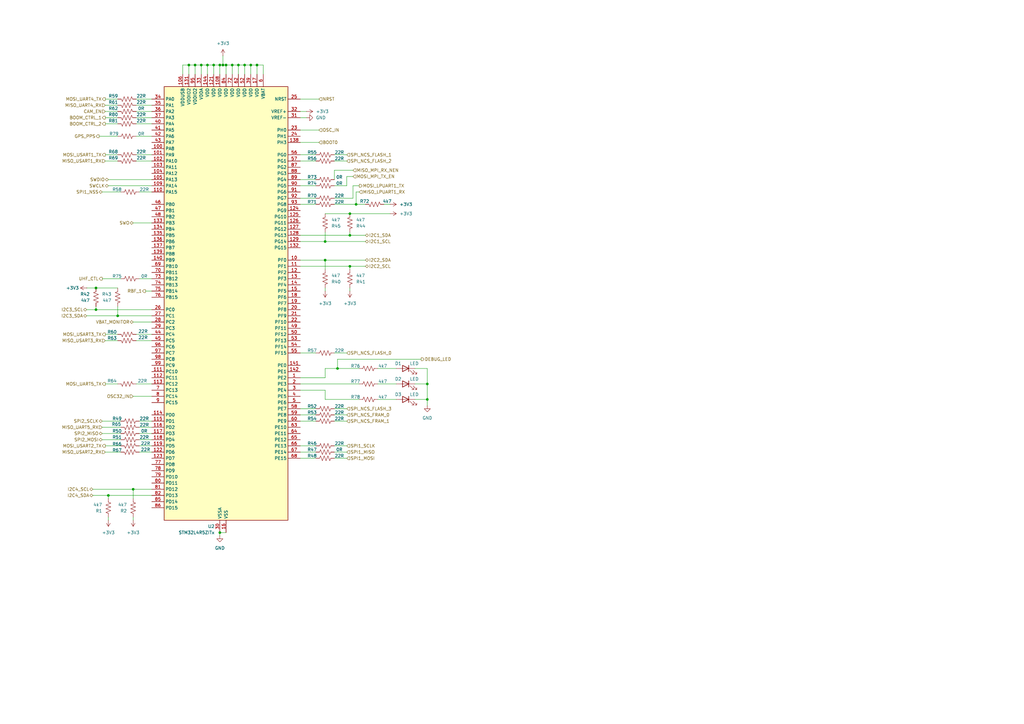
<source format=kicad_sch>
(kicad_sch (version 20250114) (generator "eeschema") (generator_version "9.0")
  (paper "A3")
  (lib_symbols
    (symbol "Device:LED" (pin_numbers (hide yes)) (pin_names (offset 1.016) (hide yes))
      (property "Reference" "D" (at 0 2.54 0))
      (property "Value" "LED" (at 0 -2.54 0))
      (symbol "LED_0_1"
        (polyline (pts (xy -3.048 -0.762) (xy -4.572 -2.286) (xy -3.81 -2.286) (xy -4.572 -2.286) (xy -4.572 -1.524)))
        (polyline (pts (xy -1.778 -0.762) (xy -3.302 -2.286) (xy -2.54 -2.286) (xy -3.302 -2.286) (xy -3.302 -1.524)))
        (polyline (pts (xy -1.27 0) (xy 1.27 0)))
        (polyline (pts (xy -1.27 -1.27) (xy -1.27 1.27)) (stroke (width 0.254)))
        (polyline (pts (xy 1.27 -1.27) (xy 1.27 1.27) (xy -1.27 0) (xy 1.27 -1.27)) (stroke (width 0.254)))
      )
      (symbol "LED_1_1"
        (pin passive line (at -3.81 0 0) (length 2.54) (name "K") (number "1"))
        (pin passive line (at 3.81 0 180) (length 2.54) (name "A") (number "2"))
      )
    )
    (symbol "Device:R_US" (pin_numbers (hide yes)) (pin_names (offset 0))
      (property "Reference" "R" (at 2.54 0 90))
      (property "Value" "R_US" (at -2.54 0 90))
      (symbol "R_US_0_1"
        (polyline (pts (xy 0 2.286) (xy 0 2.54)))
        (polyline (pts (xy 0 2.286) (xy 1.016 1.905) (xy 0 1.524) (xy -1.016 1.143) (xy 0 0.762)))
        (polyline (pts (xy 0 0.762) (xy 1.016 0.381) (xy 0 0) (xy -1.016 -0.381) (xy 0 -0.762)))
        (polyline (pts (xy 0 -0.762) (xy 1.016 -1.143) (xy 0 -1.524) (xy -1.016 -1.905) (xy 0 -2.286)))
        (polyline (pts (xy 0 -2.286) (xy 0 -2.54)))
      )
      (symbol "R_US_1_1"
        (pin passive line (at 0 3.81 270) (length 1.27) (name "~") (number "1"))
        (pin passive line (at 0 -3.81 90) (length 1.27) (name "~") (number "2"))
      )
    )
    (symbol "MCU_ST_STM32L4:STM32L4R5ZITx"
      (property "Reference" "U" (at -25.4 90.17 0))
      (property "Value" "STM32L4R5ZITx" (at 20.32 90.17 0))
      (symbol "STM32L4R5ZITx_0_1"
        (rectangle (start -25.4 -88.9) (end 25.4 88.9) (stroke (width 0.254)) (fill (type background)))
      )
      (symbol "STM32L4R5ZITx_1_1"
        (pin input line (at -30.48 83.82 0) (length 5.08) (name "NRST") (number "25"))
        (pin input line (at -30.48 78.74 0) (length 5.08) (name "VREF+") (number "32"))
        (pin input line (at -30.48 76.2 0) (length 5.08) (name "VREF-") (number "31"))
        (pin bidirectional line (at -30.48 71.12 0) (length 5.08) (name "PH0") (number "23"))
        (pin bidirectional line (at -30.48 68.58 0) (length 5.08) (name "PH1") (number "24"))
        (pin bidirectional line (at -30.48 66.04 0) (length 5.08) (name "PH3") (number "138"))
        (pin bidirectional line (at -30.48 60.96 0) (length 5.08) (name "PG0") (number "56"))
        (pin bidirectional line (at -30.48 58.42 0) (length 5.08) (name "PG1") (number "57"))
        (pin bidirectional line (at -30.48 55.88 0) (length 5.08) (name "PG2") (number "87"))
        (pin bidirectional line (at -30.48 53.34 0) (length 5.08) (name "PG3") (number "88"))
        (pin bidirectional line (at -30.48 50.8 0) (length 5.08) (name "PG4") (number "89"))
        (pin bidirectional line (at -30.48 48.26 0) (length 5.08) (name "PG5") (number "90"))
        (pin bidirectional line (at -30.48 45.72 0) (length 5.08) (name "PG6") (number "91"))
        (pin bidirectional line (at -30.48 43.18 0) (length 5.08) (name "PG7") (number "92"))
        (pin bidirectional line (at -30.48 40.64 0) (length 5.08) (name "PG8") (number "93"))
        (pin bidirectional line (at -30.48 38.1 0) (length 5.08) (name "PG9") (number "124"))
        (pin bidirectional line (at -30.48 35.56 0) (length 5.08) (name "PG10") (number "125"))
        (pin bidirectional line (at -30.48 33.02 0) (length 5.08) (name "PG11") (number "126"))
        (pin bidirectional line (at -30.48 30.48 0) (length 5.08) (name "PG12") (number "127"))
        (pin bidirectional line (at -30.48 27.94 0) (length 5.08) (name "PG13") (number "128"))
        (pin bidirectional line (at -30.48 25.4 0) (length 5.08) (name "PG14") (number "129"))
        (pin bidirectional line (at -30.48 22.86 0) (length 5.08) (name "PG15") (number "132"))
        (pin bidirectional line (at -30.48 17.78 0) (length 5.08) (name "PF0") (number "10"))
        (pin bidirectional line (at -30.48 15.24 0) (length 5.08) (name "PF1") (number "11"))
        (pin bidirectional line (at -30.48 12.7 0) (length 5.08) (name "PF2") (number "12"))
        (pin bidirectional line (at -30.48 10.16 0) (length 5.08) (name "PF3") (number "13"))
        (pin bidirectional line (at -30.48 7.62 0) (length 5.08) (name "PF4") (number "14"))
        (pin bidirectional line (at -30.48 5.08 0) (length 5.08) (name "PF5") (number "15"))
        (pin bidirectional line (at -30.48 2.54 0) (length 5.08) (name "PF6") (number "18"))
        (pin bidirectional line (at -30.48 0 0) (length 5.08) (name "PF7") (number "19"))
        (pin bidirectional line (at -30.48 -2.54 0) (length 5.08) (name "PF8") (number "20"))
        (pin bidirectional line (at -30.48 -5.08 0) (length 5.08) (name "PF9") (number "21"))
        (pin bidirectional line (at -30.48 -7.62 0) (length 5.08) (name "PF10") (number "22"))
        (pin bidirectional line (at -30.48 -10.16 0) (length 5.08) (name "PF11") (number "49"))
        (pin bidirectional line (at -30.48 -12.7 0) (length 5.08) (name "PF12") (number "50"))
        (pin bidirectional line (at -30.48 -15.24 0) (length 5.08) (name "PF13") (number "53"))
        (pin bidirectional line (at -30.48 -17.78 0) (length 5.08) (name "PF14") (number "54"))
        (pin bidirectional line (at -30.48 -20.32 0) (length 5.08) (name "PF15") (number "55"))
        (pin bidirectional line (at -30.48 -25.4 0) (length 5.08) (name "PE0") (number "141"))
        (pin bidirectional line (at -30.48 -27.94 0) (length 5.08) (name "PE1") (number "142"))
        (pin bidirectional line (at -30.48 -30.48 0) (length 5.08) (name "PE2") (number "1"))
        (pin bidirectional line (at -30.48 -33.02 0) (length 5.08) (name "PE3") (number "2"))
        (pin bidirectional line (at -30.48 -35.56 0) (length 5.08) (name "PE4") (number "3"))
        (pin bidirectional line (at -30.48 -38.1 0) (length 5.08) (name "PE5") (number "4"))
        (pin bidirectional line (at -30.48 -40.64 0) (length 5.08) (name "PE6") (number "5"))
        (pin bidirectional line (at -30.48 -43.18 0) (length 5.08) (name "PE7") (number "58"))
        (pin bidirectional line (at -30.48 -45.72 0) (length 5.08) (name "PE8") (number "59"))
        (pin bidirectional line (at -30.48 -48.26 0) (length 5.08) (name "PE9") (number "60"))
        (pin bidirectional line (at -30.48 -50.8 0) (length 5.08) (name "PE10") (number "63"))
        (pin bidirectional line (at -30.48 -53.34 0) (length 5.08) (name "PE11") (number "64"))
        (pin bidirectional line (at -30.48 -55.88 0) (length 5.08) (name "PE12") (number "65"))
        (pin bidirectional line (at -30.48 -58.42 0) (length 5.08) (name "PE13") (number "66"))
        (pin bidirectional line (at -30.48 -60.96 0) (length 5.08) (name "PE14") (number "67"))
        (pin bidirectional line (at -30.48 -63.5 0) (length 5.08) (name "PE15") (number "68"))
        (pin power_in line (at -15.24 93.98 270) (length 5.08) (name "VBAT") (number "6"))
        (pin power_in line (at -12.7 93.98 270) (length 5.08) (name "VDD") (number "17"))
        (pin power_in line (at -10.16 93.98 270) (length 5.08) (name "VDD") (number "39"))
        (pin power_in line (at -7.62 93.98 270) (length 5.08) (name "VDD") (number "52"))
        (pin power_in line (at -5.08 93.98 270) (length 5.08) (name "VDD") (number "62"))
        (pin power_in line (at -2.54 93.98 270) (length 5.08) (name "VDD") (number "72"))
        (pin power_in line (at 0 93.98 270) (length 5.08) (name "VDD") (number "84"))
        (pin passive line (at 0 -93.98 90) (length 5.08) (hide yes) (name "VSS") (number "107"))
        (pin passive line (at 0 -93.98 90) (length 5.08) (hide yes) (name "VSS") (number "120"))
        (pin passive line (at 0 -93.98 90) (length 5.08) (hide yes) (name "VSS") (number "130"))
        (pin passive line (at 0 -93.98 90) (length 5.08) (hide yes) (name "VSS") (number "143"))
        (pin power_in line (at 0 -93.98 90) (length 5.08) (name "VSS") (number "16"))
        (pin passive line (at 0 -93.98 90) (length 5.08) (hide yes) (name "VSS") (number "38"))
        (pin passive line (at 0 -93.98 90) (length 5.08) (hide yes) (name "VSS") (number "51"))
        (pin passive line (at 0 -93.98 90) (length 5.08) (hide yes) (name "VSS") (number "61"))
        (pin passive line (at 0 -93.98 90) (length 5.08) (hide yes) (name "VSS") (number "71"))
        (pin passive line (at 0 -93.98 90) (length 5.08) (hide yes) (name "VSS") (number "83"))
        (pin passive line (at 0 -93.98 90) (length 5.08) (hide yes) (name "VSS") (number "94"))
        (pin power_in line (at 2.54 93.98 270) (length 5.08) (name "VDD") (number "108"))
        (pin power_in line (at 2.54 -93.98 90) (length 5.08) (name "VSSA") (number "30"))
        (pin power_in line (at 5.08 93.98 270) (length 5.08) (name "VDD") (number "121"))
        (pin power_in line (at 7.62 93.98 270) (length 5.08) (name "VDD") (number "144"))
        (pin power_in line (at 10.16 93.98 270) (length 5.08) (name "VDDA") (number "33"))
        (pin power_in line (at 12.7 93.98 270) (length 5.08) (name "VDDIO2") (number "95"))
        (pin power_in line (at 15.24 93.98 270) (length 5.08) (name "VDDIO2") (number "131"))
        (pin power_in line (at 17.78 93.98 270) (length 5.08) (name "VDDUSB") (number "106"))
        (pin bidirectional line (at 30.48 83.82 180) (length 5.08) (name "PA0") (number "34"))
        (pin bidirectional line (at 30.48 81.28 180) (length 5.08) (name "PA1") (number "35"))
        (pin bidirectional line (at 30.48 78.74 180) (length 5.08) (name "PA2") (number "36"))
        (pin bidirectional line (at 30.48 76.2 180) (length 5.08) (name "PA3") (number "37"))
        (pin bidirectional line (at 30.48 73.66 180) (length 5.08) (name "PA4") (number "40"))
        (pin bidirectional line (at 30.48 71.12 180) (length 5.08) (name "PA5") (number "41"))
        (pin bidirectional line (at 30.48 68.58 180) (length 5.08) (name "PA6") (number "42"))
        (pin bidirectional line (at 30.48 66.04 180) (length 5.08) (name "PA7") (number "43"))
        (pin bidirectional line (at 30.48 63.5 180) (length 5.08) (name "PA8") (number "100"))
        (pin bidirectional line (at 30.48 60.96 180) (length 5.08) (name "PA9") (number "101"))
        (pin bidirectional line (at 30.48 58.42 180) (length 5.08) (name "PA10") (number "102"))
        (pin bidirectional line (at 30.48 55.88 180) (length 5.08) (name "PA11") (number "103"))
        (pin bidirectional line (at 30.48 53.34 180) (length 5.08) (name "PA12") (number "104"))
        (pin bidirectional line (at 30.48 50.8 180) (length 5.08) (name "PA13") (number "105"))
        (pin bidirectional line (at 30.48 48.26 180) (length 5.08) (name "PA14") (number "109"))
        (pin bidirectional line (at 30.48 45.72 180) (length 5.08) (name "PA15") (number "110"))
        (pin bidirectional line (at 30.48 40.64 180) (length 5.08) (name "PB0") (number "46"))
        (pin bidirectional line (at 30.48 38.1 180) (length 5.08) (name "PB1") (number "47"))
        (pin bidirectional line (at 30.48 35.56 180) (length 5.08) (name "PB2") (number "48"))
        (pin bidirectional line (at 30.48 33.02 180) (length 5.08) (name "PB3") (number "133"))
        (pin bidirectional line (at 30.48 30.48 180) (length 5.08) (name "PB4") (number "134"))
        (pin bidirectional line (at 30.48 27.94 180) (length 5.08) (name "PB5") (number "135"))
        (pin bidirectional line (at 30.48 25.4 180) (length 5.08) (name "PB6") (number "136"))
        (pin bidirectional line (at 30.48 22.86 180) (length 5.08) (name "PB7") (number "137"))
        (pin bidirectional line (at 30.48 20.32 180) (length 5.08) (name "PB8") (number "139"))
        (pin bidirectional line (at 30.48 17.78 180) (length 5.08) (name "PB9") (number "140"))
        (pin bidirectional line (at 30.48 15.24 180) (length 5.08) (name "PB10") (number "69"))
        (pin bidirectional line (at 30.48 12.7 180) (length 5.08) (name "PB11") (number "70"))
        (pin bidirectional line (at 30.48 10.16 180) (length 5.08) (name "PB12") (number "73"))
        (pin bidirectional line (at 30.48 7.62 180) (length 5.08) (name "PB13") (number "74"))
        (pin bidirectional line (at 30.48 5.08 180) (length 5.08) (name "PB14") (number "75"))
        (pin bidirectional line (at 30.48 2.54 180) (length 5.08) (name "PB15") (number "76"))
        (pin bidirectional line (at 30.48 -2.54 180) (length 5.08) (name "PC0") (number "26"))
        (pin bidirectional line (at 30.48 -5.08 180) (length 5.08) (name "PC1") (number "27"))
        (pin bidirectional line (at 30.48 -7.62 180) (length 5.08) (name "PC2") (number "28"))
        (pin bidirectional line (at 30.48 -10.16 180) (length 5.08) (name "PC3") (number "29"))
        (pin bidirectional line (at 30.48 -12.7 180) (length 5.08) (name "PC4") (number "44"))
        (pin bidirectional line (at 30.48 -15.24 180) (length 5.08) (name "PC5") (number "45"))
        (pin bidirectional line (at 30.48 -17.78 180) (length 5.08) (name "PC6") (number "96"))
        (pin bidirectional line (at 30.48 -20.32 180) (length 5.08) (name "PC7") (number "97"))
        (pin bidirectional line (at 30.48 -22.86 180) (length 5.08) (name "PC8") (number "98"))
        (pin bidirectional line (at 30.48 -25.4 180) (length 5.08) (name "PC9") (number "99"))
        (pin bidirectional line (at 30.48 -27.94 180) (length 5.08) (name "PC10") (number "111"))
        (pin bidirectional line (at 30.48 -30.48 180) (length 5.08) (name "PC11") (number "112"))
        (pin bidirectional line (at 30.48 -33.02 180) (length 5.08) (name "PC12") (number "113"))
        (pin bidirectional line (at 30.48 -35.56 180) (length 5.08) (name "PC13") (number "7"))
        (pin bidirectional line (at 30.48 -38.1 180) (length 5.08) (name "PC14") (number "8"))
        (pin bidirectional line (at 30.48 -40.64 180) (length 5.08) (name "PC15") (number "9"))
        (pin bidirectional line (at 30.48 -45.72 180) (length 5.08) (name "PD0") (number "114"))
        (pin bidirectional line (at 30.48 -48.26 180) (length 5.08) (name "PD1") (number "115"))
        (pin bidirectional line (at 30.48 -50.8 180) (length 5.08) (name "PD2") (number "116"))
        (pin bidirectional line (at 30.48 -53.34 180) (length 5.08) (name "PD3") (number "117"))
        (pin bidirectional line (at 30.48 -55.88 180) (length 5.08) (name "PD4") (number "118"))
        (pin bidirectional line (at 30.48 -58.42 180) (length 5.08) (name "PD5") (number "119"))
        (pin bidirectional line (at 30.48 -60.96 180) (length 5.08) (name "PD6") (number "122"))
        (pin bidirectional line (at 30.48 -63.5 180) (length 5.08) (name "PD7") (number "123"))
        (pin bidirectional line (at 30.48 -66.04 180) (length 5.08) (name "PD8") (number "77"))
        (pin bidirectional line (at 30.48 -68.58 180) (length 5.08) (name "PD9") (number "78"))
        (pin bidirectional line (at 30.48 -71.12 180) (length 5.08) (name "PD10") (number "79"))
        (pin bidirectional line (at 30.48 -73.66 180) (length 5.08) (name "PD11") (number "80"))
        (pin bidirectional line (at 30.48 -76.2 180) (length 5.08) (name "PD12") (number "81"))
        (pin bidirectional line (at 30.48 -78.74 180) (length 5.08) (name "PD13") (number "82"))
        (pin bidirectional line (at 30.48 -81.28 180) (length 5.08) (name "PD14") (number "85"))
        (pin bidirectional line (at 30.48 -83.82 180) (length 5.08) (name "PD15") (number "86"))
      )
    )
    (symbol "power:+3V3" (power) (pin_numbers (hide yes)) (pin_names (offset 0) (hide yes))
      (property "Value" "+3V3" (at 0 3.556 0))
      (symbol "+3V3_0_1"
        (polyline (pts (xy -0.762 1.27) (xy 0 2.54)))
        (polyline (pts (xy 0 2.54) (xy 0.762 1.27)))
        (polyline (pts (xy 0 0) (xy 0 2.54)))
      )
      (symbol "+3V3_1_1"
        (pin power_in line (at 0 0 90) (length 0) (name "~") (number "1"))
      )
    )
    (symbol "power:GND" (power) (pin_numbers (hide yes)) (pin_names (offset 0) (hide yes))
      (property "Value" "GND" (at 0 -3.81 0))
      (symbol "GND_0_1"
        (polyline (pts (xy 0 0) (xy 0 -1.27) (xy 1.27 -1.27) (xy 0 -2.54) (xy -1.27 -1.27) (xy 0 -1.27)))
      )
      (symbol "GND_1_1"
        (pin power_in line (at 0 0 270) (length 0) (name "~") (number "1"))
      )
    )
  )
  (junction (at 175.26 163.83))
  (junction (at 138.43 151.13))
  (junction (at 133.35 106.68))
  (junction (at 97.79 26.67))
  (junction (at 54.61 200.66))
  (junction (at 77.47 26.67))
  (junction (at 102.87 26.67))
  (junction (at 92.71 26.67))
  (junction (at 39.37 118.11))
  (junction (at 85.09 26.67))
  (junction (at 105.41 26.67))
  (junction (at 90.17 26.67))
  (junction (at 44.45 203.2))
  (junction (at 91.44 26.67))
  (junction (at 95.25 26.67))
  (junction (at 48.26 129.54))
  (junction (at 100.33 26.67))
  (junction (at 82.55 26.67))
  (junction (at 39.37 127))
  (junction (at 133.35 99.06))
  (junction (at 143.51 87.63))
  (junction (at 143.51 109.22))
  (junction (at 175.26 157.48))
  (junction (at 90.17 218.44))
  (junction (at 143.51 96.52))
  (junction (at 87.63 26.67))
  (junction (at 80.01 26.67))
  (junction (at 146.05 83.82))
  (wire (pts (xy 80.01 26.67) (xy 77.47 26.67)))
  (wire (pts (xy 107.95 26.67) (xy 105.41 26.67)))
  (wire (pts (xy 48.26 125.73) (xy 48.26 129.54)))
  (wire (pts (xy 55.88 50.8) (xy 62.23 50.8)))
  (wire (pts (xy 43.18 48.26) (xy 48.26 48.26)))
  (wire (pts (xy 137.16 69.85) (xy 144.78 69.85)))
  (wire (pts (xy 143.51 87.63) (xy 133.35 87.63)))
  (wire (pts (xy 129.54 185.42) (xy 123.19 185.42)))
  (wire (pts (xy 142.24 182.88) (xy 137.16 182.88)))
  (wire (pts (xy 100.33 26.67) (xy 100.33 30.48)))
  (wire (pts (xy 95.25 26.67) (xy 92.71 26.67)))
  (wire (pts (xy 85.09 26.67) (xy 85.09 30.48)))
  (wire (pts (xy 142.24 63.5) (xy 137.16 63.5)))
  (wire (pts (xy 44.45 76.2) (xy 62.23 76.2)))
  (wire (pts (xy 175.26 163.83) (xy 175.26 166.37)))
  (wire (pts (xy 160.02 87.63) (xy 143.51 87.63)))
  (wire (pts (xy 57.15 172.72) (xy 62.23 172.72)))
  (wire (pts (xy 57.15 177.8) (xy 62.23 177.8)))
  (wire (pts (xy 48.26 129.54) (xy 62.23 129.54)))
  (wire (pts (xy 146.05 78.74) (xy 146.05 83.82)))
  (wire (pts (xy 170.18 157.48) (xy 175.26 157.48)))
  (wire (pts (xy 87.63 26.67) (xy 85.09 26.67)))
  (wire (pts (xy 57.15 175.26) (xy 62.23 175.26)))
  (wire (pts (xy 102.87 26.67) (xy 100.33 26.67)))
  (wire (pts (xy 43.18 157.48) (xy 48.26 157.48)))
  (wire (pts (xy 55.88 63.5) (xy 62.23 63.5)))
  (wire (pts (xy 143.51 96.52) (xy 123.19 96.52)))
  (wire (pts (xy 142.24 72.39) (xy 144.78 72.39)))
  (wire (pts (xy 57.15 78.74) (xy 62.23 78.74)))
  (wire (pts (xy 149.86 99.06) (xy 133.35 99.06)))
  (wire (pts (xy 44.45 213.36) (xy 44.45 212.09)))
  (wire (pts (xy 123.19 160.02) (xy 133.35 160.02)))
  (wire (pts (xy 90.17 26.67) (xy 87.63 26.67)))
  (wire (pts (xy 43.18 66.04) (xy 48.26 66.04)))
  (wire (pts (xy 57.15 180.34) (xy 62.23 180.34)))
  (wire (pts (xy 43.18 63.5) (xy 48.26 63.5)))
  (wire (pts (xy 100.33 26.67) (xy 97.79 26.67)))
  (wire (pts (xy 57.15 185.42) (xy 62.23 185.42)))
  (wire (pts (xy 123.19 40.64) (xy 130.81 40.64)))
  (wire (pts (xy 142.24 66.04) (xy 137.16 66.04)))
  (wire (pts (xy 129.54 187.96) (xy 123.19 187.96)))
  (wire (pts (xy 147.32 78.74) (xy 146.05 78.74)))
  (wire (pts (xy 123.19 58.42) (xy 130.81 58.42)))
  (wire (pts (xy 138.43 147.32) (xy 138.43 151.13)))
  (wire (pts (xy 129.54 172.72) (xy 123.19 172.72)))
  (wire (pts (xy 142.24 172.72) (xy 137.16 172.72)))
  (wire (pts (xy 129.54 182.88) (xy 123.19 182.88)))
  (wire (pts (xy 85.09 26.67) (xy 82.55 26.67)))
  (wire (pts (xy 123.19 48.26) (xy 125.73 48.26)))
  (wire (pts (xy 59.69 119.38) (xy 62.23 119.38)))
  (wire (pts (xy 55.88 40.64) (xy 62.23 40.64)))
  (wire (pts (xy 143.51 109.22) (xy 143.51 110.49)))
  (wire (pts (xy 82.55 26.67) (xy 80.01 26.67)))
  (wire (pts (xy 90.17 218.44) (xy 92.71 218.44)))
  (wire (pts (xy 129.54 81.28) (xy 123.19 81.28)))
  (wire (pts (xy 54.61 204.47) (xy 54.61 200.66)))
  (wire (pts (xy 129.54 170.18) (xy 123.19 170.18)))
  (wire (pts (xy 149.86 109.22) (xy 143.51 109.22)))
  (wire (pts (xy 142.24 76.2) (xy 142.24 72.39)))
  (wire (pts (xy 102.87 26.67) (xy 102.87 30.48)))
  (wire (pts (xy 62.23 200.66) (xy 54.61 200.66)))
  (wire (pts (xy 147.32 76.2) (xy 144.78 76.2)))
  (wire (pts (xy 91.44 26.67) (xy 90.17 26.67)))
  (wire (pts (xy 82.55 26.67) (xy 82.55 30.48)))
  (wire (pts (xy 55.88 137.16) (xy 62.23 137.16)))
  (wire (pts (xy 62.23 203.2) (xy 44.45 203.2)))
  (wire (pts (xy 133.35 163.83) (xy 147.32 163.83)))
  (wire (pts (xy 41.91 78.74) (xy 49.53 78.74)))
  (wire (pts (xy 143.51 109.22) (xy 123.19 109.22)))
  (wire (pts (xy 149.86 106.68) (xy 133.35 106.68)))
  (wire (pts (xy 54.61 91.44) (xy 62.23 91.44)))
  (wire (pts (xy 43.18 40.64) (xy 48.26 40.64)))
  (wire (pts (xy 133.35 119.38) (xy 133.35 118.11)))
  (wire (pts (xy 175.26 157.48) (xy 175.26 163.83)))
  (wire (pts (xy 55.88 66.04) (xy 62.23 66.04)))
  (wire (pts (xy 133.35 106.68) (xy 123.19 106.68)))
  (wire (pts (xy 175.26 151.13) (xy 175.26 157.48)))
  (wire (pts (xy 95.25 26.67) (xy 95.25 30.48)))
  (wire (pts (xy 35.56 118.11) (xy 39.37 118.11)))
  (wire (pts (xy 129.54 66.04) (xy 123.19 66.04)))
  (wire (pts (xy 133.35 106.68) (xy 133.35 110.49)))
  (wire (pts (xy 129.54 83.82) (xy 123.19 83.82)))
  (wire (pts (xy 170.18 151.13) (xy 175.26 151.13)))
  (wire (pts (xy 43.18 50.8) (xy 48.26 50.8)))
  (wire (pts (xy 44.45 204.47) (xy 44.45 203.2)))
  (wire (pts (xy 41.91 175.26) (xy 49.53 175.26)))
  (wire (pts (xy 129.54 76.2) (xy 123.19 76.2)))
  (wire (pts (xy 107.95 26.67) (xy 107.95 30.48)))
  (wire (pts (xy 133.35 151.13) (xy 138.43 151.13)))
  (wire (pts (xy 54.61 200.66) (xy 38.1 200.66)))
  (wire (pts (xy 142.24 185.42) (xy 137.16 185.42)))
  (wire (pts (xy 43.18 182.88) (xy 49.53 182.88)))
  (wire (pts (xy 149.86 83.82) (xy 146.05 83.82)))
  (wire (pts (xy 57.15 114.3) (xy 62.23 114.3)))
  (wire (pts (xy 54.61 132.08) (xy 62.23 132.08)))
  (wire (pts (xy 137.16 76.2) (xy 142.24 76.2)))
  (wire (pts (xy 143.51 95.25) (xy 143.51 96.52)))
  (wire (pts (xy 154.94 163.83) (xy 162.56 163.83)))
  (wire (pts (xy 90.17 219.71) (xy 90.17 218.44)))
  (wire (pts (xy 129.54 167.64) (xy 123.19 167.64)))
  (wire (pts (xy 43.18 43.18) (xy 48.26 43.18)))
  (wire (pts (xy 146.05 83.82) (xy 137.16 83.82)))
  (wire (pts (xy 77.47 26.67) (xy 74.93 26.67)))
  (wire (pts (xy 133.35 99.06) (xy 123.19 99.06)))
  (wire (pts (xy 137.16 73.66) (xy 137.16 69.85)))
  (wire (pts (xy 41.91 114.3) (xy 49.53 114.3)))
  (wire (pts (xy 125.73 45.72) (xy 123.19 45.72)))
  (wire (pts (xy 91.44 22.86) (xy 91.44 26.67)))
  (wire (pts (xy 43.18 185.42) (xy 49.53 185.42)))
  (wire (pts (xy 149.86 96.52) (xy 143.51 96.52)))
  (wire (pts (xy 55.88 55.88) (xy 62.23 55.88)))
  (wire (pts (xy 92.71 26.67) (xy 91.44 26.67)))
  (wire (pts (xy 142.24 144.78) (xy 137.16 144.78)))
  (wire (pts (xy 35.56 127) (xy 39.37 127)))
  (wire (pts (xy 123.19 157.48) (xy 147.32 157.48)))
  (wire (pts (xy 39.37 125.73) (xy 39.37 127)))
  (wire (pts (xy 142.24 187.96) (xy 137.16 187.96)))
  (wire (pts (xy 40.64 55.88) (xy 48.26 55.88)))
  (wire (pts (xy 143.51 119.38) (xy 143.51 118.11)))
  (wire (pts (xy 142.24 167.64) (xy 137.16 167.64)))
  (wire (pts (xy 57.15 182.88) (xy 62.23 182.88)))
  (wire (pts (xy 133.35 95.25) (xy 133.35 99.06)))
  (wire (pts (xy 97.79 26.67) (xy 95.25 26.67)))
  (wire (pts (xy 123.19 53.34) (xy 130.81 53.34)))
  (wire (pts (xy 39.37 127) (xy 62.23 127)))
  (wire (pts (xy 44.45 73.66) (xy 62.23 73.66)))
  (wire (pts (xy 87.63 26.67) (xy 87.63 30.48)))
  (wire (pts (xy 154.94 157.48) (xy 162.56 157.48)))
  (wire (pts (xy 133.35 154.94) (xy 133.35 151.13)))
  (wire (pts (xy 55.88 139.7) (xy 62.23 139.7)))
  (wire (pts (xy 90.17 26.67) (xy 90.17 30.48)))
  (wire (pts (xy 97.79 26.67) (xy 97.79 30.48)))
  (wire (pts (xy 62.23 162.56) (xy 54.61 162.56)))
  (wire (pts (xy 142.24 170.18) (xy 137.16 170.18)))
  (wire (pts (xy 35.56 129.54) (xy 48.26 129.54)))
  (wire (pts (xy 41.91 180.34) (xy 49.53 180.34)))
  (wire (pts (xy 80.01 26.67) (xy 80.01 30.48)))
  (wire (pts (xy 160.02 83.82) (xy 157.48 83.82)))
  (wire (pts (xy 154.94 151.13) (xy 162.56 151.13)))
  (wire (pts (xy 55.88 43.18) (xy 62.23 43.18)))
  (wire (pts (xy 43.18 139.7) (xy 48.26 139.7)))
  (wire (pts (xy 92.71 26.67) (xy 92.71 30.48)))
  (wire (pts (xy 41.91 177.8) (xy 49.53 177.8)))
  (wire (pts (xy 105.41 26.67) (xy 102.87 26.67)))
  (wire (pts (xy 43.18 137.16) (xy 48.26 137.16)))
  (wire (pts (xy 123.19 154.94) (xy 133.35 154.94)))
  (wire (pts (xy 138.43 151.13) (xy 147.32 151.13)))
  (wire (pts (xy 55.88 157.48) (xy 62.23 157.48)))
  (wire (pts (xy 129.54 63.5) (xy 123.19 63.5)))
  (wire (pts (xy 55.88 48.26) (xy 62.23 48.26)))
  (wire (pts (xy 105.41 26.67) (xy 105.41 30.48)))
  (wire (pts (xy 77.47 26.67) (xy 77.47 30.48)))
  (wire (pts (xy 74.93 26.67) (xy 74.93 30.48)))
  (wire (pts (xy 129.54 144.78) (xy 123.19 144.78)))
  (wire (pts (xy 170.18 163.83) (xy 175.26 163.83)))
  (wire (pts (xy 133.35 160.02) (xy 133.35 163.83)))
  (wire (pts (xy 43.18 45.72) (xy 48.26 45.72)))
  (wire (pts (xy 55.88 45.72) (xy 62.23 45.72)))
  (wire (pts (xy 129.54 73.66) (xy 123.19 73.66)))
  (wire (pts (xy 138.43 147.32) (xy 172.72 147.32)))
  (wire (pts (xy 39.37 118.11) (xy 48.26 118.11)))
  (wire (pts (xy 144.78 76.2) (xy 144.78 81.28)))
  (wire (pts (xy 41.91 172.72) (xy 49.53 172.72)))
  (wire (pts (xy 54.61 213.36) (xy 54.61 212.09)))
  (wire (pts (xy 144.78 81.28) (xy 137.16 81.28)))
  (wire (pts (xy 44.45 203.2) (xy 38.1 203.2)))
  (hierarchical_label "SPI1_NSS" (shape bidirectional) (at 41.91 78.74 180))
  (hierarchical_label "I2C2_SCL" (shape bidirectional) (at 149.86 109.22 0))
  (hierarchical_label "MISO_UART4_RX" (shape input) (at 43.18 43.18 180))
  (hierarchical_label "GPS_PPS" (shape output) (at 40.64 55.88 180))
  (hierarchical_label "MOSI_LPUART1_TX" (shape output) (at 147.32 76.2 0))
  (hierarchical_label "MOSI_UART4_TX" (shape output) (at 43.18 40.64 180))
  (hierarchical_label "SWDIO" (shape bidirectional) (at 44.45 73.66 180))
  (hierarchical_label "OSC32_IN" (shape input) (at 54.61 162.56 180))
  (hierarchical_label "OSC_IN" (shape input) (at 130.81 53.34 0))
  (hierarchical_label "I2C3_SDA" (shape bidirectional) (at 35.56 129.54 180))
  (hierarchical_label "SPI_NCS_FLASH_2" (shape input) (at 142.24 66.04 0))
  (hierarchical_label "SPI_NCS_FLASH_1" (shape input) (at 142.24 63.5 0))
  (hierarchical_label "SPI_NCS_FLASH_0" (shape input) (at 142.24 144.78 0))
  (hierarchical_label "SPI_NCS_FRAM_1" (shape input) (at 142.24 172.72 0))
  (hierarchical_label "SPI_NCS_FRAM_0" (shape input) (at 142.24 170.18 0))
  (hierarchical_label "SPI_NCS_FLASH_3" (shape input) (at 142.24 167.64 0))
  (hierarchical_label "RBF_1" (shape output) (at 59.69 119.38 180))
  (hierarchical_label "SPI2_SCLK" (shape bidirectional) (at 41.91 172.72 180))
  (hierarchical_label "BOOM_CTRL_1" (shape output) (at 43.18 48.26 180))
  (hierarchical_label "MISO_LPUART1_RX" (shape input) (at 147.32 78.74 0))
  (hierarchical_label "MOSI_MPI_TX_EN" (shape input) (at 144.78 72.39 0))
  (hierarchical_label "UHF_CTL" (shape output) (at 41.91 114.3 180))
  (hierarchical_label "MOSI_UART5_TX" (shape output) (at 43.18 157.48 180))
  (hierarchical_label "MISO_MPI_RX_NEN" (shape input) (at 144.78 69.85 0))
  (hierarchical_label "CAM_EN" (shape input) (at 43.18 45.72 180))
  (hierarchical_label "I2C4_SDA" (shape bidirectional) (at 38.1 203.2 180))
  (hierarchical_label "I2C2_SDA" (shape bidirectional) (at 149.86 106.68 0))
  (hierarchical_label "SPI1_SCLK" (shape input) (at 142.24 182.88 0))
  (hierarchical_label "SPI1_MISO" (shape input) (at 142.24 185.42 0))
  (hierarchical_label "SPI1_MOSI" (shape input) (at 142.24 187.96 0))
  (hierarchical_label "I2C1_SCL" (shape bidirectional) (at 149.86 99.06 0))
  (hierarchical_label "NRST" (shape input) (at 130.81 40.64 0))
  (hierarchical_label "VBAT_MONITOR" (shape bidirectional) (at 54.61 132.08 180))
  (hierarchical_label "MISO_USART2_RX" (shape input) (at 43.18 185.42 180))
  (hierarchical_label "MOSI_USART3_TX" (shape output) (at 43.18 137.16 180))
  (hierarchical_label "I2C3_SCL" (shape bidirectional) (at 35.56 127 180))
  (hierarchical_label "SWO" (shape bidirectional) (at 54.61 91.44 180))
  (hierarchical_label "MOSI_USART1_TX" (shape output) (at 43.18 63.5 180))
  (hierarchical_label "I2C4_SCL" (shape bidirectional) (at 38.1 200.66 180))
  (hierarchical_label "SPI2_MOSI" (shape bidirectional) (at 41.91 180.34 180))
  (hierarchical_label "I2C1_SDA" (shape bidirectional) (at 149.86 96.52 0))
  (hierarchical_label "SPI2_MISO" (shape bidirectional) (at 41.91 177.8 180))
  (hierarchical_label "BOOT0" (shape input) (at 130.81 58.42 0))
  (hierarchical_label "SWCLK" (shape bidirectional) (at 44.45 76.2 180))
  (hierarchical_label "DEBUG_LED" (shape output) (at 172.72 147.32 0))
  (hierarchical_label "MISO_UART5_RX" (shape input) (at 41.91 175.26 180))
  (hierarchical_label "MOSI_USART2_TX" (shape output) (at 43.18 182.88 180))
  (hierarchical_label "MISO_USART3_RX" (shape input) (at 43.18 139.7 180))
  (hierarchical_label "BOOM_CTRL_2" (shape output) (at 43.18 50.8 180))
  (hierarchical_label "MISO_USART1_RX" (shape input) (at 43.18 66.04 180))
  (symbol (lib_id "Device:R_US") (at 53.34 182.88 270) (mirror x) (unit 1)
    (property "Reference" "R66" (at 48.006 182.118 90))
    (property "Value" "22R" (at 59.69 181.864 90))
    (property "Description" "Resistor, US symbol" (effects (hide yes)))
  )
  (symbol (lib_id "Device:R_US") (at 133.35 83.82 90) (unit 1)
    (property "Reference" "R71" (at 128.016 82.804 90))
    (property "Value" "22R" (at 139.192 82.804 90))
    (property "Description" "Resistor, US symbol" (effects (hide yes)))
  )
  (symbol (lib_id "power:+3V3") (at 35.56 118.11 90) (mirror x) (unit 1)
    (property "Reference" "#PWR020" (effects (hide yes)))
    (property "Value" "+3V3" (at 29.718 118.11 90))
    (property "Description" "Power symbol creates a global label with name \"+3V3\"" (effects (hide yes)))
  )
  (symbol (lib_id "Device:R_US") (at 52.07 63.5 270) (mirror x) (unit 1)
    (property "Reference" "R68" (at 46.482 62.23 90))
    (property "Value" "22R" (at 57.912 62.23 90))
    (property "Description" "Resistor, US symbol" (effects (hide yes)))
  )
  (symbol (lib_id "power:+3V3") (at 91.44 22.86 0) (unit 1)
    (property "Reference" "#PWR024" (effects (hide yes)))
    (property "Value" "+3V3" (at 91.44 17.78 0))
    (property "Description" "Power symbol creates a global label with name \"+3V3\"" (effects (hide yes)))
  )
  (symbol (lib_id "power:GND") (at 125.73 48.26 90) (unit 1)
    (property "Reference" "#PWR028" (effects (hide yes)))
    (property "Value" "GND" (at 129.54 48.2599 90) (effects (justify right)))
    (property "Description" "Power symbol creates a global label with name \"GND\" , ground" (effects (hide yes)))
  )
  (symbol (lib_id "Device:R_US") (at 39.37 121.92 0) (mirror y) (unit 1)
    (property "Reference" "R42" (at 36.83 120.6499 0) (effects (justify left)))
    (property "Value" "4k7" (at 36.83 123.1899 0) (effects (justify left)))
    (property "Description" "Resistor, US symbol" (effects (hide yes)))
  )
  (symbol (lib_id "Device:R_US") (at 54.61 208.28 180) (unit 1)
    (property "Reference" "R2" (at 52.07 209.5501 0) (effects (justify left)))
    (property "Value" "4k7" (at 52.07 207.0101 0) (effects (justify left)))
    (property "Description" "Resistor, US symbol" (effects (hide yes)))
  )
  (symbol (lib_id "Device:R_US") (at 153.67 83.82 270) (mirror x) (unit 1)
    (property "Reference" "R72" (at 147.574 82.55 90) (effects (justify left)))
    (property "Value" "4k7" (at 156.972 82.55 90) (effects (justify left)))
    (property "Description" "Resistor, US symbol" (effects (hide yes)))
  )
  (symbol (lib_id "Device:R_US") (at 133.35 187.96 90) (unit 1)
    (property "Reference" "R48" (at 128.016 186.944 90))
    (property "Value" "22R" (at 139.192 186.944 90))
    (property "Description" "Resistor, US symbol" (effects (hide yes)))
  )
  (symbol (lib_id "Device:R_US") (at 53.34 185.42 270) (mirror x) (unit 1)
    (property "Reference" "R67" (at 48.006 184.658 90))
    (property "Value" "22R" (at 59.69 184.404 90))
    (property "Description" "Resistor, US symbol" (effects (hide yes)))
  )
  (symbol (lib_id "power:+3V3") (at 143.51 119.38 0) (mirror x) (unit 1)
    (property "Reference" "#PWR019" (effects (hide yes)))
    (property "Value" "+3V3" (at 143.51 124.46 0))
    (property "Description" "Power symbol creates a global label with name \"+3V3\"" (effects (hide yes)))
  )
  (symbol (lib_id "Device:R_US") (at 48.26 121.92 0) (mirror y) (unit 1)
    (property "Reference" "R43" (at 45.72 120.6499 0) (effects (justify left)))
    (property "Value" "4k7" (at 45.72 123.1899 0) (effects (justify left)))
    (property "Description" "Resistor, US symbol" (effects (hide yes)))
  )
  (symbol (lib_id "Device:R_US") (at 52.07 139.7 270) (mirror x) (unit 1)
    (property "Reference" "R63" (at 45.974 138.684 90))
    (property "Value" "22R" (at 58.674 138.43 90))
    (property "Description" "Resistor, US symbol" (effects (hide yes)))
  )
  (symbol (lib_id "Device:R_US") (at 133.35 144.78 90) (unit 1)
    (property "Reference" "R57" (at 128.016 143.764 90))
    (property "Value" "22R" (at 139.192 143.764 90))
    (property "Description" "Resistor, US symbol" (effects (hide yes)))
  )
  (symbol (lib_id "Device:R_US") (at 52.07 40.64 270) (mirror x) (unit 1)
    (property "Reference" "R59" (at 46.482 39.37 90))
    (property "Value" "22R" (at 57.912 39.37 90))
    (property "Description" "Resistor, US symbol" (effects (hide yes)))
  )
  (symbol (lib_id "Device:R_US") (at 151.13 157.48 90) (unit 1)
    (property "Reference" "R77" (at 145.796 156.464 90))
    (property "Value" "4k7" (at 156.972 156.464 90))
    (property "Description" "Resistor, US symbol" (effects (hide yes)))
  )
  (symbol (lib_id "Device:R_US") (at 52.07 157.48 270) (mirror x) (unit 1)
    (property "Reference" "R64" (at 45.974 156.21 90))
    (property "Value" "22R" (at 58.42 156.21 90))
    (property "Description" "Resistor, US symbol" (effects (hide yes)))
  )
  (symbol (lib_id "Device:R_US") (at 52.07 48.26 270) (mirror x) (unit 1)
    (property "Reference" "R80" (at 46.482 46.99 90))
    (property "Value" "22R" (at 57.912 46.99 90))
    (property "Description" "Resistor, US symbol" (effects (hide yes)))
  )
  (symbol (lib_id "Device:R_US") (at 133.35 91.44 0) (mirror x) (unit 1)
    (property "Reference" "R45" (at 135.89 92.7101 0) (effects (justify left)))
    (property "Value" "4k7" (at 135.89 90.1701 0) (effects (justify left)))
    (property "Description" "Resistor, US symbol" (effects (hide yes)))
  )
  (symbol (lib_id "Device:R_US") (at 133.35 172.72 90) (unit 1)
    (property "Reference" "R54" (at 128.016 171.704 90))
    (property "Value" "22R" (at 139.192 171.704 90))
    (property "Description" "Resistor, US symbol" (effects (hide yes)))
  )
  (symbol (lib_id "Device:R_US") (at 52.07 43.18 270) (mirror x) (unit 1)
    (property "Reference" "R61" (at 46.482 41.91 90))
    (property "Value" "22R" (at 57.912 41.91 90))
    (property "Description" "Resistor, US symbol" (effects (hide yes)))
  )
  (symbol (lib_id "Device:R_US") (at 52.07 55.88 90) (unit 1)
    (property "Reference" "R79" (at 46.736 54.864 90))
    (property "Value" "0R" (at 57.912 54.864 90))
    (property "Description" "Resistor, US symbol" (effects (hide yes)))
  )
  (symbol (lib_id "Device:R_US") (at 133.35 66.04 90) (unit 1)
    (property "Reference" "R56" (at 128.016 65.024 90))
    (property "Value" "22R" (at 139.192 65.024 90))
    (property "Description" "Resistor, US symbol" (effects (hide yes)))
  )
  (symbol (lib_id "Device:R_US") (at 133.35 73.66 90) (unit 1)
    (property "Reference" "R73" (at 128.016 72.644 90))
    (property "Value" "0R" (at 139.192 72.644 90))
    (property "Description" "Resistor, US symbol" (effects (hide yes)))
  )
  (symbol (lib_id "Device:R_US") (at 53.34 78.74 90) (unit 1)
    (property "Reference" "R58" (at 48.006 77.724 90))
    (property "Value" "22R" (at 59.182 77.724 90))
    (property "Description" "Resistor, US symbol" (effects (hide yes)))
  )
  (symbol (lib_id "Device:R_US") (at 133.35 170.18 90) (unit 1)
    (property "Reference" "R53" (at 128.016 169.164 90))
    (property "Value" "22R" (at 139.192 169.164 90))
    (property "Description" "Resistor, US symbol" (effects (hide yes)))
  )
  (symbol (lib_id "Device:R_US") (at 52.07 66.04 270) (mirror x) (unit 1)
    (property "Reference" "R69" (at 46.482 64.77 90))
    (property "Value" "22R" (at 57.912 64.77 90))
    (property "Description" "Resistor, US symbol" (effects (hide yes)))
  )
  (symbol (lib_id "Device:R_US") (at 53.34 175.26 270) (mirror x) (unit 1)
    (property "Reference" "R65" (at 47.752 173.99 90))
    (property "Value" "22R" (at 59.182 174.244 90))
    (property "Description" "Resistor, US symbol" (effects (hide yes)))
  )
  (symbol (lib_id "power:+3V3") (at 44.45 213.36 180) (unit 1)
    (property "Reference" "#PWR04" (effects (hide yes)))
    (property "Value" "+3V3" (at 44.45 218.44 0))
    (property "Description" "Power symbol creates a global label with name \"+3V3\"" (effects (hide yes)))
  )
  (symbol (lib_id "Device:R_US") (at 52.07 50.8 270) (mirror x) (unit 1)
    (property "Reference" "R81" (at 46.482 49.53 90))
    (property "Value" "22R" (at 57.912 49.53 90))
    (property "Description" "Resistor, US symbol" (effects (hide yes)))
  )
  (symbol (lib_id "Device:LED") (at 166.37 151.13 0) (mirror y) (unit 1)
    (property "Reference" "D1" (at 163.322 149.098 0))
    (property "Value" "LED" (at 169.926 149.098 0))
    (property "Description" "Light emitting diode" (effects (hide yes)))
    (property "Sim.Pins" "1=K 2=A" (effects (hide yes)))
  )
  (symbol (lib_id "Device:R_US") (at 133.35 76.2 90) (unit 1)
    (property "Reference" "R74" (at 128.016 75.184 90))
    (property "Value" "0R" (at 139.192 75.184 90))
    (property "Description" "Resistor, US symbol" (effects (hide yes)))
  )
  (symbol (lib_id "Device:R_US") (at 133.35 185.42 90) (unit 1)
    (property "Reference" "R47" (at 128.016 184.404 90))
    (property "Value" "0R" (at 139.192 184.404 90))
    (property "Description" "Resistor, US symbol" (effects (hide yes)))
  )
  (symbol (lib_id "Device:LED") (at 166.37 157.48 0) (mirror y) (unit 1)
    (property "Reference" "D2" (at 163.322 155.448 0))
    (property "Value" "LED" (at 169.926 155.448 0))
    (property "Description" "Light emitting diode" (effects (hide yes)))
    (property "Sim.Pins" "1=K 2=A" (effects (hide yes)))
  )
  (symbol (lib_id "power:+3V3") (at 125.73 45.72 270) (unit 1)
    (property "Reference" "#PWR027" (effects (hide yes)))
    (property "Value" "+3V3" (at 129.54 45.7199 90) (effects (justify left)))
    (property "Description" "Power symbol creates a global label with name \"+3V3\"" (effects (hide yes)))
  )
  (symbol (lib_id "power:+3V3") (at 54.61 213.36 180) (unit 1)
    (property "Reference" "#PWR03" (effects (hide yes)))
    (property "Value" "+3V3" (at 54.61 218.44 0))
    (property "Description" "Power symbol creates a global label with name \"+3V3\"" (effects (hide yes)))
  )
  (symbol (lib_id "Device:R_US") (at 44.45 208.28 180) (unit 1)
    (property "Reference" "R1" (at 41.91 209.5501 0) (effects (justify left)))
    (property "Value" "4k7" (at 41.91 207.0101 0) (effects (justify left)))
    (property "Description" "Resistor, US symbol" (effects (hide yes)))
  )
  (symbol (lib_id "Device:R_US") (at 53.34 114.3 90) (unit 1)
    (property "Reference" "R75" (at 48.006 113.284 90))
    (property "Value" "0R" (at 59.182 113.284 90))
    (property "Description" "Resistor, US symbol" (effects (hide yes)))
  )
  (symbol (lib_id "power:+3V3") (at 133.35 119.38 0) (mirror x) (unit 1)
    (property "Reference" "#PWR018" (effects (hide yes)))
    (property "Value" "+3V3" (at 133.35 124.46 0))
    (property "Description" "Power symbol creates a global label with name \"+3V3\"" (effects (hide yes)))
  )
  (symbol (lib_id "Device:R_US") (at 151.13 151.13 90) (unit 1)
    (property "Reference" "R76" (at 145.796 150.114 90))
    (property "Value" "4k7" (at 156.972 150.114 90))
    (property "Description" "Resistor, US symbol" (effects (hide yes)))
  )
  (symbol (lib_id "power:+3V3") (at 160.02 87.63 270) (mirror x) (unit 1)
    (property "Reference" "#PWR022" (effects (hide yes)))
    (property "Value" "+3V3" (at 163.83 87.6299 90) (effects (justify left)))
    (property "Description" "Power symbol creates a global label with name \"+3V3\"" (effects (hide yes)))
  )
  (symbol (lib_id "Device:R_US") (at 52.07 137.16 270) (mirror x) (unit 1)
    (property "Reference" "R60" (at 45.974 136.144 90))
    (property "Value" "22R" (at 58.674 135.89 90))
    (property "Description" "Resistor, US symbol" (effects (hide yes)))
  )
  (symbol (lib_id "MCU_ST_STM32L4:STM32L4R5ZITx") (at 92.71 124.46 0) (mirror y) (unit 1)
    (property "Reference" "U2" (at 88.0267 215.9 0) (effects (justify left)))
    (property "Value" "STM32L4R5ZITx" (at 88.0267 218.44 0) (effects (justify left)))
    (property "Footprint" "Package_QFP:LQFP-144_20x20mm_P0.5mm" (effects (hide yes)))
    (property "Datasheet" "https://www.st.com/resource/en/datasheet/stm32l4r5zi.pdf" (effects (hide yes)))
    (property "Description" "STMicroelectronics Arm Cortex-M4 MCU, 2048KB flash, 640KB RAM, 120 MHz, 1.71-3.6V, 115 GPIO, LQFP144" (effects (hide yes)))
  )
  (symbol (lib_id "Device:R_US") (at 52.07 45.72 270) (mirror x) (unit 1)
    (property "Reference" "R62" (at 46.482 44.45 90))
    (property "Value" "0R" (at 57.912 44.45 90))
    (property "Description" "Resistor, US symbol" (effects (hide yes)))
  )
  (symbol (lib_id "Device:R_US") (at 133.35 63.5 90) (unit 1)
    (property "Reference" "R55" (at 128.016 62.484 90))
    (property "Value" "22R" (at 139.192 62.484 90))
    (property "Description" "Resistor, US symbol" (effects (hide yes)))
  )
  (symbol (lib_id "Device:R_US") (at 133.35 182.88 90) (unit 1)
    (property "Reference" "R46" (at 128.016 181.864 90))
    (property "Value" "22R" (at 139.192 181.864 90))
    (property "Description" "Resistor, US symbol" (effects (hide yes)))
  )
  (symbol (lib_id "Device:R_US") (at 133.35 167.64 90) (unit 1)
    (property "Reference" "R52" (at 128.016 166.624 90))
    (property "Value" "22R" (at 139.192 166.624 90))
    (property "Description" "Resistor, US symbol" (effects (hide yes)))
  )
  (symbol (lib_id "Device:R_US") (at 53.34 172.72 90) (unit 1)
    (property "Reference" "R49" (at 48.006 171.704 90))
    (property "Value" "22R" (at 59.182 171.704 90))
    (property "Description" "Resistor, US symbol" (effects (hide yes)))
  )
  (symbol (lib_id "Device:R_US") (at 143.51 91.44 0) (mirror x) (unit 1)
    (property "Reference" "R44" (at 146.05 92.7101 0) (effects (justify left)))
    (property "Value" "4k7" (at 146.05 90.1701 0) (effects (justify left)))
    (property "Description" "Resistor, US symbol" (effects (hide yes)))
  )
  (symbol (lib_id "Device:R_US") (at 143.51 114.3 0) (mirror x) (unit 1)
    (property "Reference" "R41" (at 146.05 115.5701 0) (effects (justify left)))
    (property "Value" "4k7" (at 146.05 113.0301 0) (effects (justify left)))
    (property "Description" "Resistor, US symbol" (effects (hide yes)))
  )
  (symbol (lib_id "power:GND") (at 90.17 219.71 0) (unit 1)
    (property "Reference" "#PWR025" (effects (hide yes)))
    (property "Value" "GND" (at 90.17 224.79 0))
    (property "Description" "Power symbol creates a global label with name \"GND\" , ground" (effects (hide yes)))
  )
  (symbol (lib_id "Device:R_US") (at 53.34 177.8 90) (unit 1)
    (property "Reference" "R50" (at 48.006 176.784 90))
    (property "Value" "0R" (at 59.182 176.784 90))
    (property "Description" "Resistor, US symbol" (effects (hide yes)))
  )
  (symbol (lib_id "Device:LED") (at 166.37 163.83 0) (mirror y) (unit 1)
    (property "Reference" "D3" (at 163.322 161.798 0))
    (property "Value" "LED" (at 169.926 161.798 0))
    (property "Description" "Light emitting diode" (effects (hide yes)))
    (property "Sim.Pins" "1=K 2=A" (effects (hide yes)))
  )
  (symbol (lib_id "Device:R_US") (at 133.35 114.3 0) (mirror x) (unit 1)
    (property "Reference" "R40" (at 135.89 115.5701 0) (effects (justify left)))
    (property "Value" "4k7" (at 135.89 113.0301 0) (effects (justify left)))
    (property "Description" "Resistor, US symbol" (effects (hide yes)))
  )
  (symbol (lib_id "Device:R_US") (at 133.35 81.28 90) (unit 1)
    (property "Reference" "R70" (at 128.016 80.264 90))
    (property "Value" "22R" (at 139.192 80.264 90))
    (property "Description" "Resistor, US symbol" (effects (hide yes)))
  )
  (symbol (lib_id "Device:R_US") (at 53.34 180.34 90) (unit 1)
    (property "Reference" "R51" (at 48.006 179.324 90))
    (property "Value" "22R" (at 59.182 179.324 90))
    (property "Description" "Resistor, US symbol" (effects (hide yes)))
  )
  (symbol (lib_id "Device:R_US") (at 151.13 163.83 90) (unit 1)
    (property "Reference" "R78" (at 145.796 162.814 90))
    (property "Value" "4k7" (at 156.972 162.814 90))
    (property "Description" "Resistor, US symbol" (effects (hide yes)))
  )
  (symbol (lib_id "power:+3V3") (at 160.02 83.82 270) (mirror x) (unit 1)
    (property "Reference" "#PWR023" (effects (hide yes)))
    (property "Value" "+3V3" (at 163.83 83.8199 90) (effects (justify left)))
    (property "Description" "Power symbol creates a global label with name \"+3V3\"" (effects (hide yes)))
  )
  (symbol (lib_id "power:GND") (at 175.26 166.37 0) (unit 1)
    (property "Reference" "#PWR021" (effects (hide yes)))
    (property "Value" "GND" (at 175.26 171.45 0))
    (property "Description" "Power symbol creates a global label with name \"GND\" , ground" (effects (hide yes)))
  )
)
</source>
